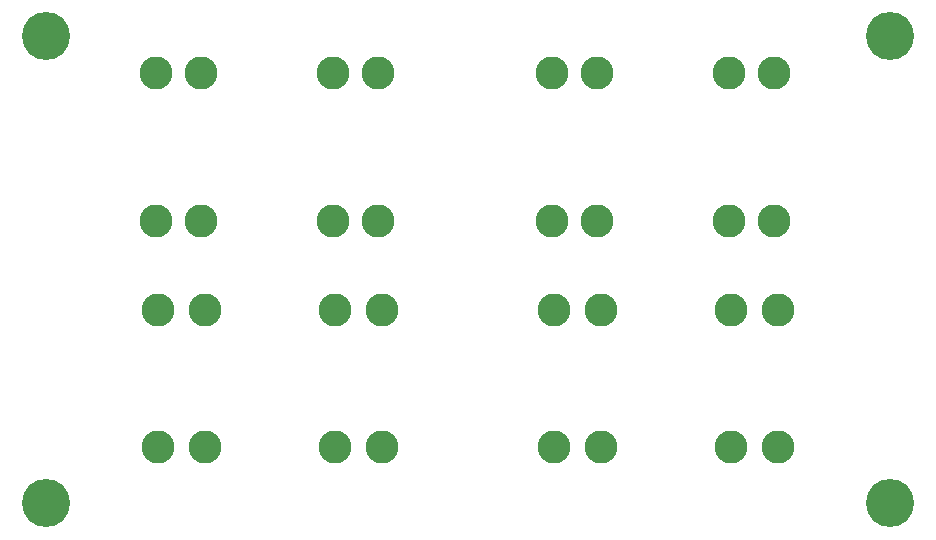
<source format=gbr>
G04 #@! TF.FileFunction,Copper,L1,Top,Signal*
%FSLAX46Y46*%
G04 Gerber Fmt 4.6, Leading zero omitted, Abs format (unit mm)*
G04 Created by KiCad (PCBNEW 4.0.7) date 03/14/18 18:41:00*
%MOMM*%
%LPD*%
G01*
G04 APERTURE LIST*
%ADD10C,0.100000*%
%ADD11C,4.064000*%
%ADD12C,2.800000*%
G04 APERTURE END LIST*
D10*
D11*
X185623200Y-141833600D03*
X114198400Y-141833600D03*
X114198400Y-102311200D03*
D12*
X123649200Y-137120800D03*
X127649200Y-137120800D03*
X123649200Y-125440800D03*
X127649200Y-125440800D03*
X138649200Y-125440800D03*
X142649200Y-125440800D03*
X138649200Y-137120800D03*
X142649200Y-137120800D03*
X123494800Y-117957600D03*
X127294800Y-117957600D03*
X123494800Y-105457600D03*
X127294800Y-105457600D03*
X138494800Y-117957600D03*
X142294800Y-117957600D03*
X138494800Y-105457600D03*
X142294800Y-105457600D03*
X157177200Y-137120800D03*
X161177200Y-137120800D03*
X157177200Y-125440800D03*
X161177200Y-125440800D03*
X172177200Y-125440800D03*
X176177200Y-125440800D03*
X172177200Y-137120800D03*
X176177200Y-137120800D03*
X157022800Y-117957600D03*
X160822800Y-117957600D03*
X157022800Y-105457600D03*
X160822800Y-105457600D03*
X172022800Y-117957600D03*
X175822800Y-117957600D03*
X172022800Y-105457600D03*
X175822800Y-105457600D03*
D11*
X185623200Y-102311200D03*
M02*

</source>
